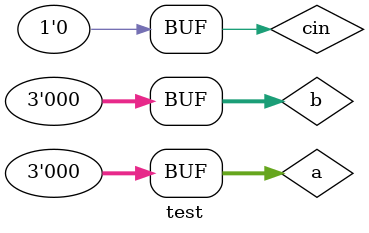
<source format=v>
`timescale 1ns / 1ps


module test;

	// Inputs
	reg [2:0] a;
	reg [2:0] b;
	reg cin;

	// Outputs
	wire [2:0] cout;
	wire [2:0] sum;

	// Instantiate the Unit Under Test (UUT)
	top_module uut (
		.a(a), 
		.b(b), 
		.cin(cin), 
		.cout(cout), 
		.sum(sum)
	);

	initial begin
		// Initialize Inputs
		a = 0;
		b = 0;
		cin = 0;

		// Wait 100 ns for global reset to finish
		#100;
        
		// Add stimulus here

	end
      
endmodule


</source>
